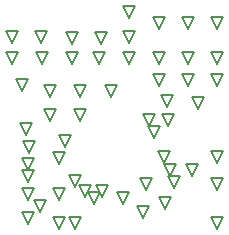
<source format=gbr>
%TF.GenerationSoftware,Altium Limited,Altium Designer,22.1.2 (22)*%
G04 Layer_Color=2752767*
%FSLAX26Y26*%
%MOIN*%
%TF.SameCoordinates,4CB55538-D73B-4A6B-AD5D-0D58206D9AAC*%
%TF.FilePolarity,Positive*%
%TF.FileFunction,Drawing*%
%TF.Part,Single*%
G01*
G75*
%TA.AperFunction,NonConductor*%
%ADD64C,0.005000*%
D64*
X-45000Y1355000D02*
X-65000Y1395000D01*
X-25000D01*
X-45000Y1355000D01*
X-140000D02*
X-160000Y1395000D01*
X-120000D01*
X-140000Y1355000D01*
X-307099Y1200489D02*
X-327099Y1240489D01*
X-287099D01*
X-307099Y1200489D01*
X-286614Y934724D02*
X-306614Y974724D01*
X-266614D01*
X-286614Y934724D01*
X-285315Y993779D02*
X-305315Y1033780D01*
X-265315D01*
X-285315Y993779D01*
X-247244Y796929D02*
X-267244Y836929D01*
X-227244D01*
X-247244Y796929D01*
X259055Y915039D02*
X239055Y955039D01*
X279055D01*
X259055Y915039D01*
X-130000Y740630D02*
X-150000Y780630D01*
X-110000D01*
X-130000Y740630D01*
X342520D02*
X322520Y780630D01*
X362520D01*
X342520Y740630D01*
Y870000D02*
X322520Y910000D01*
X362520D01*
X342520Y870000D01*
Y960000D02*
X322520Y1000000D01*
X362520D01*
X342520Y960000D01*
X-185000Y740630D02*
X-205000Y780630D01*
X-165000D01*
X-185000Y740630D01*
X-286614Y757559D02*
X-306614Y797559D01*
X-266614D01*
X-286614Y757559D01*
Y836299D02*
X-306614Y876299D01*
X-266614D01*
X-286614Y836299D01*
X-185000D02*
X-205000Y876299D01*
X-165000D01*
X-185000Y836299D01*
Y955000D02*
X-205000Y995000D01*
X-165000D01*
X-185000Y955000D01*
X200000Y875000D02*
X180000Y915000D01*
X220000D01*
X200000Y875000D01*
X185000Y915000D02*
X165000Y955000D01*
X205000D01*
X185000Y915000D01*
X165000Y960000D02*
X145000Y1000000D01*
X185000D01*
X165000Y960000D01*
X170000Y805000D02*
X150000Y845000D01*
X190000D01*
X170000Y805000D01*
X105000Y870000D02*
X85000Y910000D01*
X125000D01*
X105000Y870000D01*
X95000Y774488D02*
X75000Y814488D01*
X115000D01*
X95000Y774488D01*
X-40000Y845000D02*
X-60000Y885000D01*
X-20000D01*
X-40000Y845000D01*
X-130000Y880000D02*
X-150000Y920000D01*
X-110000D01*
X-130000Y880000D01*
X-165000Y1013465D02*
X-185000Y1053465D01*
X-145000D01*
X-165000Y1013465D01*
X278346Y1140000D02*
X258346Y1180000D01*
X298346D01*
X278346Y1140000D01*
X175000Y1145000D02*
X155000Y1185000D01*
X195000D01*
X175000Y1145000D01*
X342520Y1215000D02*
X322520Y1255000D01*
X362520D01*
X342520Y1215000D01*
Y1407165D02*
X322520Y1447165D01*
X362520D01*
X342520Y1407165D01*
Y1289055D02*
X322520Y1329055D01*
X362520D01*
X342520Y1289055D01*
X49213Y1442756D02*
X29213Y1482756D01*
X69213D01*
X49213Y1442756D01*
Y1357953D02*
X29213Y1397953D01*
X69213D01*
X49213Y1357953D01*
Y1289055D02*
X29213Y1329055D01*
X69213D01*
X49213Y1289055D01*
X246063D02*
X226063Y1329055D01*
X266063D01*
X246063Y1289055D01*
Y1407165D02*
X226063Y1447165D01*
X266063D01*
X246063Y1407165D01*
X147638D02*
X127638Y1447165D01*
X167638D01*
X147638Y1407165D01*
Y1289055D02*
X127638Y1329055D01*
X167638D01*
X147638Y1289055D01*
Y1215000D02*
X127638Y1255000D01*
X167638D01*
X147638Y1215000D01*
X246063D02*
X226063Y1255000D01*
X266063D01*
X246063Y1215000D01*
X179921Y1082362D02*
X159921Y1122362D01*
X199921D01*
X179921Y1082362D01*
X115354D02*
X95354Y1122362D01*
X135354D01*
X115354Y1082362D01*
X-49213Y1289055D02*
X-69213Y1329055D01*
X-29213D01*
X-49213Y1289055D01*
X-9842Y1180787D02*
X-29843Y1220787D01*
X10158D01*
X-9842Y1180787D01*
X-115354Y1100000D02*
X-135354Y1140000D01*
X-95354D01*
X-115354Y1100000D01*
X-213780D02*
X-233780Y1140000D01*
X-193780D01*
X-213780Y1100000D01*
X-245000Y1357953D02*
X-265000Y1397953D01*
X-225000D01*
X-245000Y1357953D01*
X-340000D02*
X-360000Y1397953D01*
X-320000D01*
X-340000Y1357953D01*
X-140000Y1289055D02*
X-160000Y1329055D01*
X-120000D01*
X-140000Y1289055D01*
X-240000D02*
X-260000Y1329055D01*
X-220000D01*
X-240000Y1289055D01*
X-340000D02*
X-360000Y1329055D01*
X-320000D01*
X-340000Y1289055D01*
X-213780Y1180787D02*
X-233780Y1220787D01*
X-193780D01*
X-213780Y1180787D01*
X-115354D02*
X-135354Y1220787D01*
X-95354D01*
X-115354Y1180787D01*
X-68898Y822520D02*
X-88898Y862520D01*
X-48898D01*
X-68898Y822520D01*
X-98425Y846142D02*
X-118425Y886142D01*
X-78425D01*
X-98425Y846142D01*
X-295276Y1052835D02*
X-315276Y1092835D01*
X-275276D01*
X-295276Y1052835D01*
X-286614Y895354D02*
X-306614Y935354D01*
X-266614D01*
X-286614Y895354D01*
X133858Y1042992D02*
X113858Y1082992D01*
X153858D01*
X133858Y1042992D01*
X29528Y822520D02*
X9528Y862520D01*
X49528D01*
X29528Y822520D01*
%TF.MD5,2b30b07d2ea46ea459479418fe781e94*%
M02*

</source>
